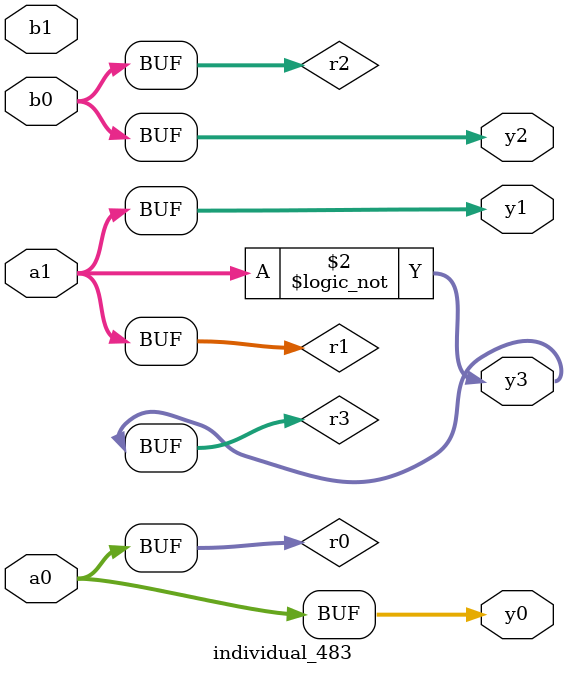
<source format=sv>
module individual_483(input logic [15:0] a1, input logic [15:0] a0, input logic [15:0] b1, input logic [15:0] b0, output logic [15:0] y3, output logic [15:0] y2, output logic [15:0] y1, output logic [15:0] y0);
logic [15:0] r0, r1, r2, r3; 
 always@(*) begin 
	 r0 = a0; r1 = a1; r2 = b0; r3 = b1; 
 	 r3 = ! a1 ;
 	 y3 = r3; y2 = r2; y1 = r1; y0 = r0; 
end
endmodule
</source>
